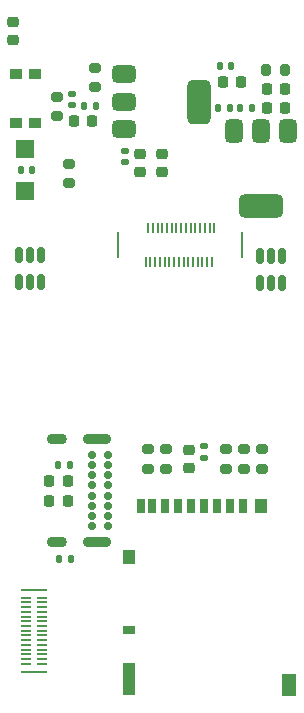
<source format=gbr>
%TF.GenerationSoftware,KiCad,Pcbnew,9.0.6-1.fc42*%
%TF.CreationDate,2025-11-23T12:28:42-08:00*%
%TF.ProjectId,MainBoard,4d61696e-426f-4617-9264-2e6b69636164,rev?*%
%TF.SameCoordinates,Original*%
%TF.FileFunction,Soldermask,Top*%
%TF.FilePolarity,Negative*%
%FSLAX46Y46*%
G04 Gerber Fmt 4.6, Leading zero omitted, Abs format (unit mm)*
G04 Created by KiCad (PCBNEW 9.0.6-1.fc42) date 2025-11-23 12:28:42*
%MOMM*%
%LPD*%
G01*
G04 APERTURE LIST*
G04 Aperture macros list*
%AMRoundRect*
0 Rectangle with rounded corners*
0 $1 Rounding radius*
0 $2 $3 $4 $5 $6 $7 $8 $9 X,Y pos of 4 corners*
0 Add a 4 corners polygon primitive as box body*
4,1,4,$2,$3,$4,$5,$6,$7,$8,$9,$2,$3,0*
0 Add four circle primitives for the rounded corners*
1,1,$1+$1,$2,$3*
1,1,$1+$1,$4,$5*
1,1,$1+$1,$6,$7*
1,1,$1+$1,$8,$9*
0 Add four rect primitives between the rounded corners*
20,1,$1+$1,$2,$3,$4,$5,0*
20,1,$1+$1,$4,$5,$6,$7,0*
20,1,$1+$1,$6,$7,$8,$9,0*
20,1,$1+$1,$8,$9,$2,$3,0*%
G04 Aperture macros list end*
%ADD10RoundRect,0.225000X0.250000X-0.225000X0.250000X0.225000X-0.250000X0.225000X-0.250000X-0.225000X0*%
%ADD11RoundRect,0.030000X0.350575X-0.070000X0.350575X0.070000X-0.350575X0.070000X-0.350575X-0.070000X0*%
%ADD12RoundRect,0.030000X1.029999X-0.070000X1.029999X0.070000X-1.029999X0.070000X-1.029999X-0.070000X0*%
%ADD13RoundRect,0.140000X-0.140000X-0.170000X0.140000X-0.170000X0.140000X0.170000X-0.140000X0.170000X0*%
%ADD14RoundRect,0.200000X-0.275000X0.200000X-0.275000X-0.200000X0.275000X-0.200000X0.275000X0.200000X0*%
%ADD15RoundRect,0.140000X-0.170000X0.140000X-0.170000X-0.140000X0.170000X-0.140000X0.170000X0.140000X0*%
%ADD16RoundRect,0.218750X-0.256250X0.218750X-0.256250X-0.218750X0.256250X-0.218750X0.256250X0.218750X0*%
%ADD17RoundRect,0.225000X0.225000X0.250000X-0.225000X0.250000X-0.225000X-0.250000X0.225000X-0.250000X0*%
%ADD18R,1.500000X1.500000*%
%ADD19RoundRect,0.140000X0.140000X0.170000X-0.140000X0.170000X-0.140000X-0.170000X0.140000X-0.170000X0*%
%ADD20RoundRect,0.030000X0.070000X0.419999X-0.070000X0.419999X-0.070000X-0.419999X0.070000X-0.419999X0*%
%ADD21RoundRect,0.030000X0.070000X1.029999X-0.070000X1.029999X-0.070000X-1.029999X0.070000X-1.029999X0*%
%ADD22RoundRect,0.225000X-0.225000X-0.250000X0.225000X-0.250000X0.225000X0.250000X-0.225000X0.250000X0*%
%ADD23RoundRect,0.200000X0.275000X-0.200000X0.275000X0.200000X-0.275000X0.200000X-0.275000X-0.200000X0*%
%ADD24RoundRect,0.200000X-0.200000X-0.275000X0.200000X-0.275000X0.200000X0.275000X-0.200000X0.275000X0*%
%ADD25RoundRect,0.150000X-0.150000X0.512500X-0.150000X-0.512500X0.150000X-0.512500X0.150000X0.512500X0*%
%ADD26R,0.700000X1.200000*%
%ADD27R,1.000000X0.800000*%
%ADD28R,1.000000X1.200000*%
%ADD29R,1.000000X2.800000*%
%ADD30R,1.300000X1.900000*%
%ADD31RoundRect,0.218750X0.218750X0.256250X-0.218750X0.256250X-0.218750X-0.256250X0.218750X-0.256250X0*%
%ADD32RoundRect,0.375000X-0.375000X0.625000X-0.375000X-0.625000X0.375000X-0.625000X0.375000X0.625000X0*%
%ADD33RoundRect,0.500000X-1.400000X0.500000X-1.400000X-0.500000X1.400000X-0.500000X1.400000X0.500000X0*%
%ADD34RoundRect,0.135000X0.135000X0.185000X-0.135000X0.185000X-0.135000X-0.185000X0.135000X-0.185000X0*%
%ADD35R,1.000000X0.900000*%
%ADD36RoundRect,0.140000X0.170000X-0.140000X0.170000X0.140000X-0.170000X0.140000X-0.170000X-0.140000X0*%
%ADD37RoundRect,0.375000X-0.625000X-0.375000X0.625000X-0.375000X0.625000X0.375000X-0.625000X0.375000X0*%
%ADD38RoundRect,0.500000X-0.500000X-1.400000X0.500000X-1.400000X0.500000X1.400000X-0.500000X1.400000X0*%
%ADD39RoundRect,0.225000X-0.250000X0.225000X-0.250000X-0.225000X0.250000X-0.225000X0.250000X0.225000X0*%
%ADD40C,0.700000*%
%ADD41O,1.700000X0.900000*%
%ADD42O,2.400000X0.900000*%
G04 APERTURE END LIST*
D10*
%TO.C,C13*%
X79600000Y-89830000D03*
X79600000Y-88280000D03*
%TD*%
%TO.C,C8*%
X77300000Y-64800000D03*
X77300000Y-63250000D03*
%TD*%
D11*
%TO.C,J1*%
X67180000Y-106400000D03*
X67180000Y-106000000D03*
X67180000Y-105600000D03*
X67180000Y-105200000D03*
X67180000Y-104800000D03*
X67180000Y-104400000D03*
X67180000Y-104000000D03*
X67180000Y-103600000D03*
X67180000Y-103200000D03*
X67180000Y-102800000D03*
X67180000Y-102400000D03*
X67180000Y-102000000D03*
X67180000Y-101600000D03*
X67180000Y-101200000D03*
X67180000Y-100800000D03*
X65820000Y-106400000D03*
X65820000Y-106000000D03*
X65820000Y-105600000D03*
X65820000Y-105200000D03*
X65820000Y-104800000D03*
X65820000Y-104400000D03*
X65820000Y-104000000D03*
X65820000Y-103600000D03*
X65820000Y-103200000D03*
X65820000Y-102800000D03*
X65820000Y-102400000D03*
X65820000Y-102000000D03*
X65820000Y-101600000D03*
X65820000Y-101200000D03*
X65820000Y-100800000D03*
D12*
X66500000Y-107060000D03*
X66500001Y-100140000D03*
%TD*%
D13*
%TO.C,C16*%
X65354200Y-64617600D03*
X66314200Y-64617600D03*
%TD*%
D14*
%TO.C,R7*%
X77680000Y-88230000D03*
X77680000Y-89880000D03*
%TD*%
%TO.C,R11*%
X85759000Y-88230000D03*
X85759000Y-89880000D03*
%TD*%
D15*
%TO.C,C14*%
X69646800Y-58145800D03*
X69646800Y-59105800D03*
%TD*%
D16*
%TO.C,D1*%
X64680000Y-52040000D03*
X64680000Y-53615002D03*
%TD*%
D14*
%TO.C,R6*%
X82710000Y-88230000D03*
X82710000Y-89880000D03*
%TD*%
D17*
%TO.C,C3*%
X71374000Y-60452000D03*
X69824000Y-60452000D03*
%TD*%
D18*
%TO.C,J5*%
X65735200Y-62839600D03*
%TD*%
D19*
%TO.C,C11*%
X84907000Y-59359800D03*
X83947000Y-59359800D03*
%TD*%
D20*
%TO.C,J7*%
X81733800Y-69515400D03*
X81333800Y-69515400D03*
X80933800Y-69515400D03*
X80533800Y-69515400D03*
X80133800Y-69515400D03*
X79733800Y-69515400D03*
X79333800Y-69515400D03*
X78933800Y-69515400D03*
X78533800Y-69515400D03*
X78133800Y-69515400D03*
X77733800Y-69515400D03*
X77333800Y-69515400D03*
X76933800Y-69515400D03*
X76533800Y-69515400D03*
X76133800Y-69515400D03*
X81533800Y-72415400D03*
X81133800Y-72415400D03*
X80733800Y-72415400D03*
X80333800Y-72415400D03*
X79933800Y-72415400D03*
X79533800Y-72415400D03*
X79133800Y-72415400D03*
X78733800Y-72415400D03*
X78333800Y-72415400D03*
X77933800Y-72415400D03*
X77533800Y-72415400D03*
X77133800Y-72415400D03*
X76733800Y-72415400D03*
X76333800Y-72415400D03*
X75933800Y-72415400D03*
D21*
X84083800Y-70965400D03*
X73583800Y-70965400D03*
%TD*%
D22*
%TO.C,C6*%
X82476400Y-57099200D03*
X84026400Y-57099200D03*
%TD*%
D23*
%TO.C,R10*%
X68376800Y-60024400D03*
X68376800Y-58374400D03*
%TD*%
%TO.C,R12*%
X69475000Y-65700000D03*
X69475000Y-64050000D03*
%TD*%
D24*
%TO.C,R1*%
X86080600Y-56108600D03*
X87730600Y-56108600D03*
%TD*%
D17*
%TO.C,C1*%
X87706000Y-57734200D03*
X86156000Y-57734200D03*
%TD*%
D25*
%TO.C,U5*%
X87479999Y-71880000D03*
X86530000Y-71880000D03*
X85580001Y-71880000D03*
X85580001Y-74155000D03*
X86530000Y-74155000D03*
X87479999Y-74155000D03*
%TD*%
D26*
%TO.C,J6*%
X84145000Y-93075000D03*
X83045000Y-93075000D03*
X81945000Y-93075000D03*
X80845000Y-93075000D03*
X79745000Y-93075000D03*
X78645000Y-93075000D03*
X77545000Y-93075000D03*
X76445000Y-93075000D03*
X75495000Y-93075000D03*
D27*
X74545000Y-103575000D03*
D28*
X74545000Y-97375000D03*
D29*
X74545000Y-107725000D03*
D28*
X85695000Y-93075000D03*
D30*
X88045000Y-108175000D03*
%TD*%
D31*
%TO.C,D6*%
X69316600Y-90932000D03*
X67741600Y-90932000D03*
%TD*%
D32*
%TO.C,U3*%
X87962800Y-61315600D03*
X85662800Y-61315600D03*
D33*
X85662800Y-67615600D03*
D32*
X83362800Y-61315600D03*
%TD*%
D13*
%TO.C,C7*%
X82197000Y-55803800D03*
X83157000Y-55803800D03*
%TD*%
D22*
%TO.C,C10*%
X86182200Y-59334400D03*
X87732200Y-59334400D03*
%TD*%
D19*
%TO.C,C2*%
X71679000Y-59152000D03*
X70719000Y-59152000D03*
%TD*%
D31*
%TO.C,D5*%
X69316600Y-92633800D03*
X67741600Y-92633800D03*
%TD*%
D34*
%TO.C,R5*%
X69640000Y-97550000D03*
X68620000Y-97550000D03*
%TD*%
%TO.C,R4*%
X69549200Y-89535000D03*
X68529200Y-89535000D03*
%TD*%
D23*
%TO.C,R2*%
X71675000Y-57575000D03*
X71675000Y-55925000D03*
%TD*%
D35*
%TO.C,BOOT1*%
X64948000Y-60579000D03*
X64948000Y-56479000D03*
X66548000Y-60579000D03*
X66548000Y-56479000D03*
%TD*%
D36*
%TO.C,C15*%
X80880000Y-88960000D03*
X80880000Y-88000000D03*
%TD*%
D15*
%TO.C,C5*%
X74142600Y-62966600D03*
X74142600Y-63926600D03*
%TD*%
D19*
%TO.C,C9*%
X83032600Y-59359800D03*
X82072600Y-59359800D03*
%TD*%
D18*
%TO.C,J4*%
X65735200Y-66389600D03*
%TD*%
D25*
%TO.C,U4*%
X67089998Y-71800000D03*
X66139999Y-71800000D03*
X65190000Y-71800000D03*
X65190000Y-74075000D03*
X66139999Y-74075000D03*
X67089998Y-74075000D03*
%TD*%
D37*
%TO.C,U2*%
X74100000Y-56500000D03*
X74100000Y-58800000D03*
D38*
X80400000Y-58800000D03*
D37*
X74100000Y-61100000D03*
%TD*%
D14*
%TO.C,R9*%
X76150000Y-88230000D03*
X76150000Y-89880000D03*
%TD*%
%TO.C,R8*%
X84234000Y-88230000D03*
X84234000Y-89880000D03*
%TD*%
D39*
%TO.C,C4*%
X75438000Y-63240200D03*
X75438000Y-64790200D03*
%TD*%
D40*
%TO.C,J3*%
X72752964Y-94700000D03*
X72752964Y-93850000D03*
X72752964Y-93000000D03*
X72752964Y-92150000D03*
X72752964Y-91300000D03*
X72752964Y-90450000D03*
X72752964Y-89600000D03*
X72752964Y-88750000D03*
X71402964Y-88750000D03*
X71402964Y-89600000D03*
X71402964Y-90450000D03*
X71402964Y-91300000D03*
X71402964Y-92150000D03*
X71402964Y-93000000D03*
X71402964Y-93850000D03*
X71402964Y-94700000D03*
D41*
X68392964Y-96050000D03*
D42*
X71772964Y-96050000D03*
D41*
X68392964Y-87400000D03*
D42*
X71772964Y-87400000D03*
%TD*%
M02*

</source>
